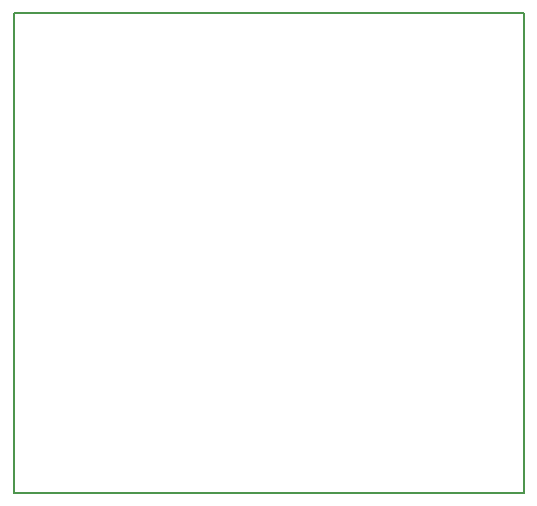
<source format=gbr>
G04 DipTrace 3.0.0.2*
G04 BoardOutline.gbr*
%MOIN*%
G04 #@! TF.FileFunction,Profile*
G04 #@! TF.Part,Single*
%ADD11C,0.006*%
%FSLAX26Y26*%
G04*
G70*
G90*
G75*
G01*
G04 BoardOutline*
%LPD*%
X394000Y1994000D2*
D11*
Y394000D1*
X2094000D1*
Y1994000D1*
X394000D1*
M02*

</source>
